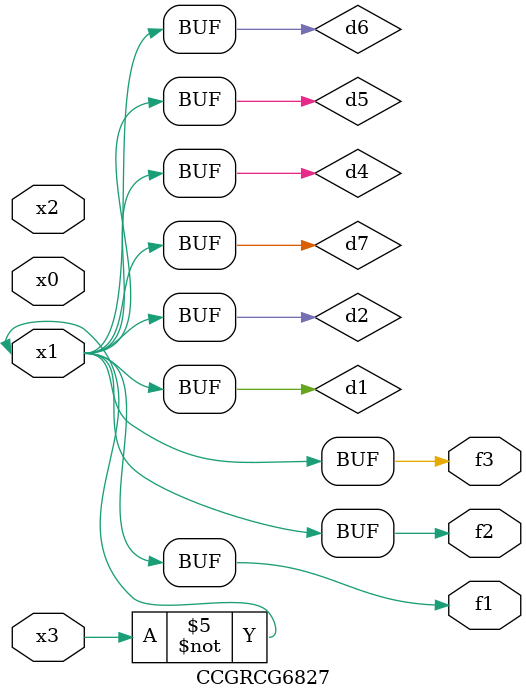
<source format=v>
module CCGRCG6827(
	input x0, x1, x2, x3,
	output f1, f2, f3
);

	wire d1, d2, d3, d4, d5, d6, d7;

	not (d1, x3);
	buf (d2, x1);
	xnor (d3, d1, d2);
	nor (d4, d1);
	buf (d5, d1, d2);
	buf (d6, d4, d5);
	nand (d7, d4);
	assign f1 = d6;
	assign f2 = d7;
	assign f3 = d6;
endmodule

</source>
